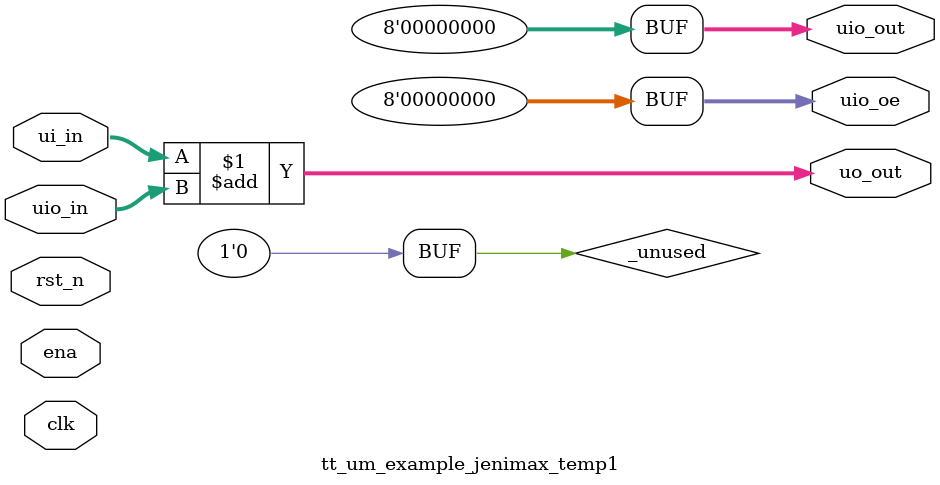
<source format=v>
/*
 * Copyright (c) 2024 Your Name
 * SPDX-License-Identifier: Apache-2.0
 */

`default_nettype none

module tt_um_example_jenimax_temp1 (
    input  wire [7:0] ui_in,    // Dedicated inputs
    output wire [7:0] uo_out,   // Dedicated outputs
    input  wire [7:0] uio_in,   // IOs: Input path
    output wire [7:0] uio_out,  // IOs: Output path
    output wire [7:0] uio_oe,   // IOs: Enable path (active high: 0=input, 1=output)
    input  wire       ena,      // always 1 when the design is powered, so you can ignore it
    input  wire       clk,      // clock
    input  wire       rst_n     // reset_n - low to reset
);

  // All output pins must be assigned. If not used, assign to 0.
  assign uo_out  = ui_in + uio_in;  // Example: ou_out is the sum of ui_in and uio_in
  assign uio_out = 0;
  assign uio_oe  = 0;

  // List all unused inputs to prevent warnings
  wire _unused = &{ena, clk, rst_n, 1'b0};

endmodule

</source>
